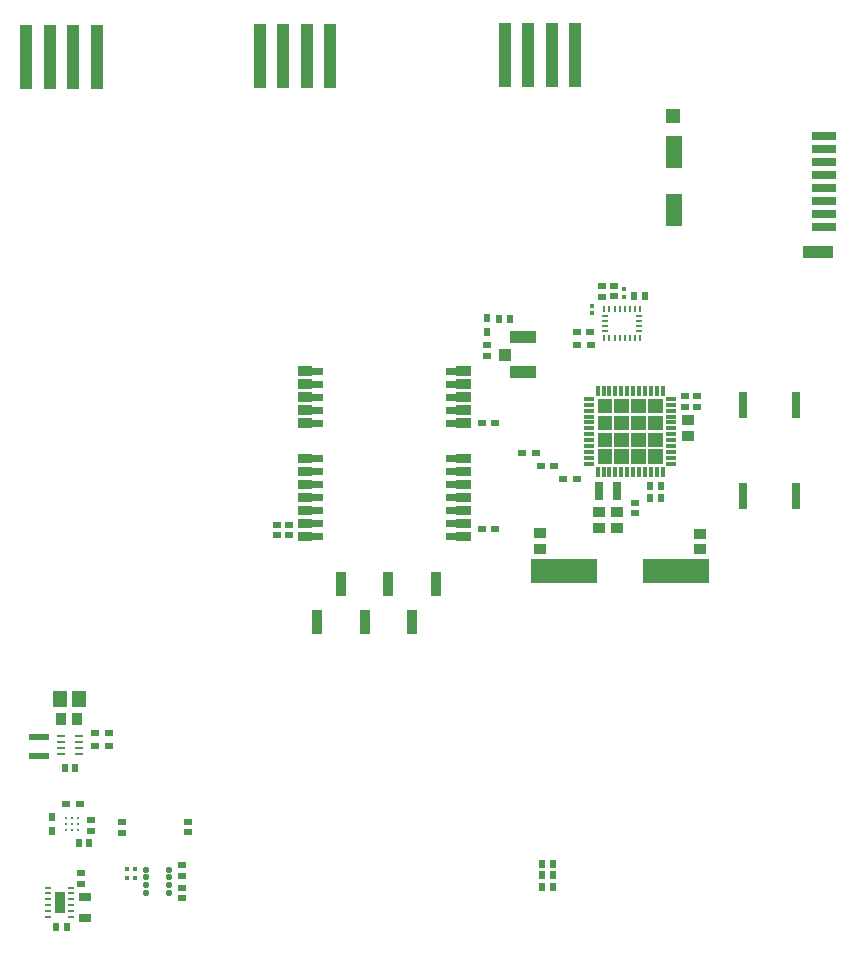
<source format=gbr>
G04*
G04 #@! TF.GenerationSoftware,Altium Limited,Altium Designer,24.4.1 (13)*
G04*
G04 Layer_Color=8421504*
%FSLAX44Y44*%
%MOMM*%
G71*
G04*
G04 #@! TF.SameCoordinates,85F95AA7-1CD2-4A53-B858-D1680FFA15A6*
G04*
G04*
G04 #@! TF.FilePolarity,Positive*
G04*
G01*
G75*
%ADD18R,0.9906X5.5118*%
%ADD19R,0.7620X2.2098*%
%ADD20R,0.3048X0.8128*%
%ADD21R,0.8128X0.3048*%
%ADD22R,0.6000X0.7500*%
%ADD23R,0.5000X0.2500*%
G04:AMPARAMS|DCode=24|XSize=0.49mm|YSize=0.45mm|CornerRadius=0.0563mm|HoleSize=0mm|Usage=FLASHONLY|Rotation=180.000|XOffset=0mm|YOffset=0mm|HoleType=Round|Shape=RoundedRectangle|*
%AMROUNDEDRECTD24*
21,1,0.4900,0.3375,0,0,180.0*
21,1,0.3775,0.4500,0,0,180.0*
1,1,0.1125,-0.1888,0.1688*
1,1,0.1125,0.1888,0.1688*
1,1,0.1125,0.1888,-0.1688*
1,1,0.1125,-0.1888,-0.1688*
%
%ADD24ROUNDEDRECTD24*%
%ADD25R,0.5232X0.2000*%
%ADD26R,0.2000X0.5232*%
%ADD27R,0.6400X0.6000*%
%ADD28R,0.3500X0.4000*%
%ADD29R,0.6000X0.6400*%
%ADD30R,0.7500X0.6000*%
%ADD31R,1.1300X0.7600*%
%ADD32R,1.0000X0.9000*%
%ADD33R,0.4400X0.3500*%
%ADD34R,1.1938X1.1938*%
%ADD35R,1.3970X2.6924*%
%ADD36R,2.5908X0.9906*%
%ADD37R,2.0066X0.7112*%
%ADD38C,0.2794*%
%ADD39R,1.3000X1.4000*%
%ADD40R,0.9000X1.0000*%
%ADD41R,1.8000X0.6000*%
%ADD42R,0.9000X2.0000*%
%ADD43R,0.7112X0.2286*%
%ADD44R,2.2000X1.0500*%
%ADD45R,1.0500X1.0000*%
%ADD46R,0.8000X1.5000*%
%ADD47R,5.6000X2.1000*%
G36*
X486500Y477250D02*
X474500D01*
Y478250D01*
X465500D01*
Y484250D01*
X474500D01*
Y485250D01*
X486500D01*
Y477250D01*
D02*
G37*
G36*
X352500Y484250D02*
X361500D01*
Y478250D01*
X352500D01*
Y477250D01*
X340500D01*
Y485250D01*
X352500D01*
Y484250D01*
D02*
G37*
G36*
X486500Y466250D02*
X474500D01*
Y467250D01*
X465500D01*
Y473250D01*
X474500D01*
Y474250D01*
X486500D01*
Y466250D01*
D02*
G37*
G36*
X352500Y473250D02*
X361500D01*
Y467250D01*
X352500D01*
Y466250D01*
X340500D01*
Y474250D01*
X352500D01*
Y473250D01*
D02*
G37*
G36*
X486500Y455250D02*
X474500D01*
Y456250D01*
X465500D01*
Y462250D01*
X474500D01*
Y463250D01*
X486500D01*
Y455250D01*
D02*
G37*
G36*
X352500Y462250D02*
X361500D01*
Y456250D01*
X352500D01*
Y455250D01*
X340500D01*
Y463250D01*
X352500D01*
Y462250D01*
D02*
G37*
G36*
X648948Y445474D02*
X636724D01*
Y457698D01*
X648948D01*
Y445474D01*
D02*
G37*
G36*
X634724D02*
X622500D01*
Y457698D01*
X634724D01*
Y445474D01*
D02*
G37*
G36*
X620500D02*
X608276D01*
Y457698D01*
X620500D01*
Y445474D01*
D02*
G37*
G36*
X606276D02*
X594052D01*
Y457698D01*
X606276D01*
Y445474D01*
D02*
G37*
G36*
X486500Y444250D02*
X474500D01*
Y445250D01*
X465500D01*
Y451250D01*
X474500D01*
Y452250D01*
X486500D01*
Y444250D01*
D02*
G37*
G36*
X352500Y451250D02*
X361500D01*
Y445250D01*
X352500D01*
Y444250D01*
X340500D01*
Y452250D01*
X352500D01*
Y451250D01*
D02*
G37*
G36*
X486500Y433250D02*
X474500D01*
Y434250D01*
X465500D01*
Y440250D01*
X474500D01*
Y441250D01*
X486500D01*
Y433250D01*
D02*
G37*
G36*
X352500Y440250D02*
X361500D01*
Y434250D01*
X352500D01*
Y433250D01*
X340500D01*
Y441250D01*
X352500D01*
Y440250D01*
D02*
G37*
G36*
X648948Y431250D02*
X636724D01*
Y443474D01*
X648948D01*
Y431250D01*
D02*
G37*
G36*
X634724D02*
X622500D01*
Y443474D01*
X634724D01*
Y431250D01*
D02*
G37*
G36*
X620500D02*
X608276D01*
Y443474D01*
X620500D01*
Y431250D01*
D02*
G37*
G36*
X606276D02*
X594052D01*
Y443474D01*
X606276D01*
Y431250D01*
D02*
G37*
G36*
X648948Y417026D02*
X636724D01*
Y429250D01*
X648948D01*
Y417026D01*
D02*
G37*
G36*
X634724D02*
X622500D01*
Y429250D01*
X634724D01*
Y417026D01*
D02*
G37*
G36*
X620500D02*
X608276D01*
Y429250D01*
X620500D01*
Y417026D01*
D02*
G37*
G36*
X606276D02*
X594052D01*
Y429250D01*
X606276D01*
Y417026D01*
D02*
G37*
G36*
X486500Y403250D02*
X474500D01*
Y404250D01*
X465500D01*
Y410250D01*
X474500D01*
Y411250D01*
X486500D01*
Y403250D01*
D02*
G37*
G36*
X352500Y410250D02*
X361500D01*
Y404250D01*
X352500D01*
Y403250D01*
X340500D01*
Y411250D01*
X352500D01*
Y410250D01*
D02*
G37*
G36*
X648948Y402802D02*
X636724D01*
Y415026D01*
X648948D01*
Y402802D01*
D02*
G37*
G36*
X634724D02*
X622500D01*
Y415026D01*
X634724D01*
Y402802D01*
D02*
G37*
G36*
X620500D02*
X608276D01*
Y415026D01*
X620500D01*
Y402802D01*
D02*
G37*
G36*
X606276D02*
X594052D01*
Y415026D01*
X606276D01*
Y402802D01*
D02*
G37*
G36*
X486500Y392250D02*
X474500D01*
Y393250D01*
X465500D01*
Y399250D01*
X474500D01*
Y400250D01*
X486500D01*
Y392250D01*
D02*
G37*
G36*
X352500Y399250D02*
X361500D01*
Y393250D01*
X352500D01*
Y392250D01*
X340500D01*
Y400250D01*
X352500D01*
Y399250D01*
D02*
G37*
G36*
X486500Y381250D02*
X474500D01*
Y382250D01*
X465500D01*
Y388250D01*
X474500D01*
Y389250D01*
X486500D01*
Y381250D01*
D02*
G37*
G36*
X352500Y388250D02*
X361500D01*
Y382250D01*
X352500D01*
Y381250D01*
X340500D01*
Y389250D01*
X352500D01*
Y388250D01*
D02*
G37*
G36*
X486500Y370250D02*
X474500D01*
Y371250D01*
X465500D01*
Y377250D01*
X474500D01*
Y378250D01*
X486500D01*
Y370250D01*
D02*
G37*
G36*
X352500Y377250D02*
X361500D01*
Y371250D01*
X352500D01*
Y370250D01*
X340500D01*
Y378250D01*
X352500D01*
Y377250D01*
D02*
G37*
G36*
X486500Y359250D02*
X474500D01*
Y360250D01*
X465500D01*
Y366250D01*
X474500D01*
Y367250D01*
X486500D01*
Y359250D01*
D02*
G37*
G36*
X352500Y366250D02*
X361500D01*
Y360250D01*
X352500D01*
Y359250D01*
X340500D01*
Y367250D01*
X352500D01*
Y366250D01*
D02*
G37*
G36*
X486500Y348250D02*
X474500D01*
Y349250D01*
X465500D01*
Y355250D01*
X474500D01*
Y356250D01*
X486500D01*
Y348250D01*
D02*
G37*
G36*
X352500Y355250D02*
X361500D01*
Y349250D01*
X352500D01*
Y348250D01*
X340500D01*
Y356250D01*
X352500D01*
Y355250D01*
D02*
G37*
G36*
X486500Y337250D02*
X474500D01*
Y338250D01*
X465500D01*
Y344250D01*
X474500D01*
Y345250D01*
X486500D01*
Y337250D01*
D02*
G37*
G36*
X352500Y344250D02*
X361500D01*
Y338250D01*
X352500D01*
Y337250D01*
X340500D01*
Y345250D01*
X352500D01*
Y344250D01*
D02*
G37*
G36*
X142795Y22580D02*
X134255D01*
Y40470D01*
X142795D01*
Y22580D01*
D02*
G37*
D18*
X110250Y747500D02*
D03*
X130250D02*
D03*
X150250D02*
D03*
X170250D02*
D03*
X515250Y748698D02*
D03*
X535250D02*
D03*
X555250D02*
D03*
X575250D02*
D03*
X367750Y748250D02*
D03*
X347750D02*
D03*
X327750D02*
D03*
X307750D02*
D03*
D19*
X762000Y375269D02*
D03*
X717000D02*
D03*
Y452231D02*
D03*
X762000D02*
D03*
D20*
X594000Y395706D02*
D03*
X599000D02*
D03*
X604000D02*
D03*
X609000D02*
D03*
X614000D02*
D03*
X619000D02*
D03*
X624000D02*
D03*
X629000D02*
D03*
X634000D02*
D03*
X639000D02*
D03*
X644000D02*
D03*
X649000D02*
D03*
Y464794D02*
D03*
X644000D02*
D03*
X639000D02*
D03*
X634000D02*
D03*
X629000D02*
D03*
X624000D02*
D03*
X619000D02*
D03*
X614000D02*
D03*
X609000D02*
D03*
X604000D02*
D03*
X599000D02*
D03*
X594000D02*
D03*
D21*
X656044Y402750D02*
D03*
Y407750D02*
D03*
Y412750D02*
D03*
Y417750D02*
D03*
Y422750D02*
D03*
Y427750D02*
D03*
Y432750D02*
D03*
Y437750D02*
D03*
Y442750D02*
D03*
Y447750D02*
D03*
Y452750D02*
D03*
Y457750D02*
D03*
X586956D02*
D03*
Y452750D02*
D03*
Y447750D02*
D03*
Y442750D02*
D03*
Y437750D02*
D03*
Y432750D02*
D03*
Y427750D02*
D03*
Y422750D02*
D03*
Y417750D02*
D03*
Y412750D02*
D03*
Y407750D02*
D03*
Y402750D02*
D03*
D22*
X500000Y526000D02*
D03*
Y514500D02*
D03*
X131750Y92000D02*
D03*
Y103500D02*
D03*
D23*
X148025Y19025D02*
D03*
Y24025D02*
D03*
Y29025D02*
D03*
Y34025D02*
D03*
Y39025D02*
D03*
Y44025D02*
D03*
X129025D02*
D03*
Y39025D02*
D03*
Y34025D02*
D03*
Y29025D02*
D03*
Y24025D02*
D03*
Y19025D02*
D03*
D24*
X231100Y59250D02*
D03*
Y39750D02*
D03*
Y46250D02*
D03*
Y52750D02*
D03*
X211700Y59250D02*
D03*
Y39750D02*
D03*
Y46250D02*
D03*
Y52750D02*
D03*
D25*
X600250Y527950D02*
D03*
Y523650D02*
D03*
Y519350D02*
D03*
Y515050D02*
D03*
X629250D02*
D03*
Y519350D02*
D03*
Y523650D02*
D03*
Y527950D02*
D03*
D26*
X599700Y509500D02*
D03*
X604000D02*
D03*
X608300D02*
D03*
X612600D02*
D03*
X616900D02*
D03*
X621200D02*
D03*
X625500D02*
D03*
X629800D02*
D03*
Y533500D02*
D03*
X625500D02*
D03*
X621200D02*
D03*
X616900D02*
D03*
X612600D02*
D03*
X608300D02*
D03*
X604000D02*
D03*
X599700D02*
D03*
D27*
X608000Y544600D02*
D03*
Y553400D02*
D03*
X598000Y544100D02*
D03*
Y552900D02*
D03*
X156350Y47250D02*
D03*
Y56050D02*
D03*
X677750Y451250D02*
D03*
Y460050D02*
D03*
X241750Y43900D02*
D03*
Y35100D02*
D03*
Y62900D02*
D03*
Y54100D02*
D03*
X191716Y99400D02*
D03*
Y90600D02*
D03*
X246966Y90750D02*
D03*
Y99550D02*
D03*
X165250Y100900D02*
D03*
Y92100D02*
D03*
X625500Y369900D02*
D03*
Y361100D02*
D03*
X333000Y342350D02*
D03*
Y351150D02*
D03*
X500000Y494350D02*
D03*
Y503150D02*
D03*
X322750Y351150D02*
D03*
Y342350D02*
D03*
X667750Y460050D02*
D03*
Y451250D02*
D03*
D28*
X589250Y536250D02*
D03*
Y530050D02*
D03*
X616500Y550350D02*
D03*
Y544150D02*
D03*
D29*
X625100Y544750D02*
D03*
X633900D02*
D03*
X144400Y11000D02*
D03*
X135600D02*
D03*
X556000Y64250D02*
D03*
X547200D02*
D03*
X556000Y54250D02*
D03*
X547200D02*
D03*
Y44250D02*
D03*
X556000D02*
D03*
X638500Y374000D02*
D03*
X647300D02*
D03*
X519650Y525750D02*
D03*
X510850D02*
D03*
X142950Y145500D02*
D03*
X151750D02*
D03*
X154850Y82000D02*
D03*
X163650D02*
D03*
X638500Y384000D02*
D03*
X647300D02*
D03*
D30*
X588000Y503500D02*
D03*
X576500D02*
D03*
X587750Y514500D02*
D03*
X576250D02*
D03*
X557250Y401000D02*
D03*
X545750D02*
D03*
X565000Y390000D02*
D03*
X576500D02*
D03*
X541750Y412000D02*
D03*
X530250D02*
D03*
X168500Y174750D02*
D03*
X180000D02*
D03*
Y163750D02*
D03*
X168500D02*
D03*
X144250Y114750D02*
D03*
X155750D02*
D03*
X507250Y347250D02*
D03*
X495750D02*
D03*
X507250Y437250D02*
D03*
X495750D02*
D03*
D31*
X159750Y36000D02*
D03*
Y18500D02*
D03*
D32*
X610500Y362250D02*
D03*
Y348750D02*
D03*
X680500Y343750D02*
D03*
Y330250D02*
D03*
X595500Y348750D02*
D03*
Y362250D02*
D03*
X545000Y344000D02*
D03*
Y330500D02*
D03*
X670250Y426000D02*
D03*
Y439500D02*
D03*
D33*
X202000Y52500D02*
D03*
X195500D02*
D03*
X202000Y59500D02*
D03*
X195500D02*
D03*
D34*
X658015Y697000D02*
D03*
D35*
X659015Y617500D02*
D03*
Y666500D02*
D03*
D36*
X781015Y582500D02*
D03*
D37*
X786015Y603500D02*
D03*
Y614500D02*
D03*
Y625500D02*
D03*
Y636500D02*
D03*
Y647500D02*
D03*
Y658500D02*
D03*
Y669500D02*
D03*
Y680500D02*
D03*
D38*
X144249Y103001D02*
D03*
X149250D02*
D03*
X154251D02*
D03*
X144249Y98000D02*
D03*
X149250D02*
D03*
X154251D02*
D03*
X144249Y92999D02*
D03*
X149250D02*
D03*
X154251D02*
D03*
D39*
X154500Y203500D02*
D03*
X138500D02*
D03*
D40*
X153500Y186500D02*
D03*
X140000D02*
D03*
D41*
X120750Y155500D02*
D03*
Y171500D02*
D03*
D42*
X456750Y301250D02*
D03*
X436750Y269250D02*
D03*
X416750Y301250D02*
D03*
X396750Y269250D02*
D03*
X376750Y301250D02*
D03*
X356750Y269250D02*
D03*
D43*
X139249Y172250D02*
D03*
Y167250D02*
D03*
Y162250D02*
D03*
Y157250D02*
D03*
X155251D02*
D03*
Y162250D02*
D03*
Y167250D02*
D03*
Y172250D02*
D03*
D44*
X531000Y480250D02*
D03*
Y509750D02*
D03*
D45*
X515750Y495000D02*
D03*
D46*
X595250Y379750D02*
D03*
X610250D02*
D03*
D47*
X660250Y311750D02*
D03*
X565250D02*
D03*
M02*

</source>
